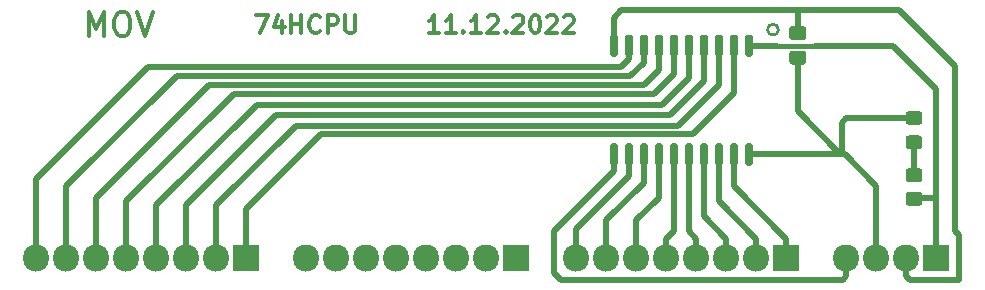
<source format=gbr>
G04 #@! TF.GenerationSoftware,KiCad,Pcbnew,(5.1.8)-1*
G04 #@! TF.CreationDate,2023-05-14T15:25:30+03:00*
G04 #@! TF.ProjectId,MOV,4d4f562e-6b69-4636-9164-5f7063625858,rev?*
G04 #@! TF.SameCoordinates,PX3a22d00PY2626d88*
G04 #@! TF.FileFunction,Copper,L1,Top*
G04 #@! TF.FilePolarity,Positive*
%FSLAX46Y46*%
G04 Gerber Fmt 4.6, Leading zero omitted, Abs format (unit mm)*
G04 Created by KiCad (PCBNEW (5.1.8)-1) date 2023-05-14 15:25:30*
%MOMM*%
%LPD*%
G01*
G04 APERTURE LIST*
G04 #@! TA.AperFunction,NonConductor*
%ADD10C,0.300000*%
G04 #@! TD*
G04 #@! TA.AperFunction,NonConductor*
%ADD11C,0.250000*%
G04 #@! TD*
G04 #@! TA.AperFunction,ComponentPad*
%ADD12O,2.200000X2.300000*%
G04 #@! TD*
G04 #@! TA.AperFunction,ComponentPad*
%ADD13R,2.200000X2.300000*%
G04 #@! TD*
G04 #@! TA.AperFunction,Conductor*
%ADD14C,0.500000*%
G04 #@! TD*
G04 #@! TA.AperFunction,Conductor*
%ADD15C,0.400000*%
G04 #@! TD*
G04 APERTURE END LIST*
D10*
X6953571Y-5349761D02*
X6953571Y-3349761D01*
X7620238Y-4778333D01*
X8286904Y-3349761D01*
X8286904Y-5349761D01*
X9620238Y-3349761D02*
X10001190Y-3349761D01*
X10191666Y-3445000D01*
X10382142Y-3635476D01*
X10477380Y-4016428D01*
X10477380Y-4683095D01*
X10382142Y-5064047D01*
X10191666Y-5254523D01*
X10001190Y-5349761D01*
X9620238Y-5349761D01*
X9429761Y-5254523D01*
X9239285Y-5064047D01*
X9144047Y-4683095D01*
X9144047Y-4016428D01*
X9239285Y-3635476D01*
X9429761Y-3445000D01*
X9620238Y-3349761D01*
X11048809Y-3349761D02*
X11715476Y-5349761D01*
X12382142Y-3349761D01*
X36624285Y-5123571D02*
X35767142Y-5123571D01*
X36195714Y-5123571D02*
X36195714Y-3623571D01*
X36052857Y-3837857D01*
X35910000Y-3980714D01*
X35767142Y-4052142D01*
X38052857Y-5123571D02*
X37195714Y-5123571D01*
X37624285Y-5123571D02*
X37624285Y-3623571D01*
X37481428Y-3837857D01*
X37338571Y-3980714D01*
X37195714Y-4052142D01*
X38695714Y-4980714D02*
X38767142Y-5052142D01*
X38695714Y-5123571D01*
X38624285Y-5052142D01*
X38695714Y-4980714D01*
X38695714Y-5123571D01*
X40195714Y-5123571D02*
X39338571Y-5123571D01*
X39767142Y-5123571D02*
X39767142Y-3623571D01*
X39624285Y-3837857D01*
X39481428Y-3980714D01*
X39338571Y-4052142D01*
X40767142Y-3766428D02*
X40838571Y-3695000D01*
X40981428Y-3623571D01*
X41338571Y-3623571D01*
X41481428Y-3695000D01*
X41552857Y-3766428D01*
X41624285Y-3909285D01*
X41624285Y-4052142D01*
X41552857Y-4266428D01*
X40695714Y-5123571D01*
X41624285Y-5123571D01*
X42267142Y-4980714D02*
X42338571Y-5052142D01*
X42267142Y-5123571D01*
X42195714Y-5052142D01*
X42267142Y-4980714D01*
X42267142Y-5123571D01*
X42910000Y-3766428D02*
X42981428Y-3695000D01*
X43124285Y-3623571D01*
X43481428Y-3623571D01*
X43624285Y-3695000D01*
X43695714Y-3766428D01*
X43767142Y-3909285D01*
X43767142Y-4052142D01*
X43695714Y-4266428D01*
X42838571Y-5123571D01*
X43767142Y-5123571D01*
X44695714Y-3623571D02*
X44838571Y-3623571D01*
X44981428Y-3695000D01*
X45052857Y-3766428D01*
X45124285Y-3909285D01*
X45195714Y-4195000D01*
X45195714Y-4552142D01*
X45124285Y-4837857D01*
X45052857Y-4980714D01*
X44981428Y-5052142D01*
X44838571Y-5123571D01*
X44695714Y-5123571D01*
X44552857Y-5052142D01*
X44481428Y-4980714D01*
X44410000Y-4837857D01*
X44338571Y-4552142D01*
X44338571Y-4195000D01*
X44410000Y-3909285D01*
X44481428Y-3766428D01*
X44552857Y-3695000D01*
X44695714Y-3623571D01*
X45767142Y-3766428D02*
X45838571Y-3695000D01*
X45981428Y-3623571D01*
X46338571Y-3623571D01*
X46481428Y-3695000D01*
X46552857Y-3766428D01*
X46624285Y-3909285D01*
X46624285Y-4052142D01*
X46552857Y-4266428D01*
X45695714Y-5123571D01*
X46624285Y-5123571D01*
X47195714Y-3766428D02*
X47267142Y-3695000D01*
X47410000Y-3623571D01*
X47767142Y-3623571D01*
X47910000Y-3695000D01*
X47981428Y-3766428D01*
X48052857Y-3909285D01*
X48052857Y-4052142D01*
X47981428Y-4266428D01*
X47124285Y-5123571D01*
X48052857Y-5123571D01*
X21114285Y-3623571D02*
X22114285Y-3623571D01*
X21471428Y-5123571D01*
X23328571Y-4123571D02*
X23328571Y-5123571D01*
X22971428Y-3552142D02*
X22614285Y-4623571D01*
X23542857Y-4623571D01*
X24114285Y-5123571D02*
X24114285Y-3623571D01*
X24114285Y-4337857D02*
X24971428Y-4337857D01*
X24971428Y-5123571D02*
X24971428Y-3623571D01*
X26542857Y-4980714D02*
X26471428Y-5052142D01*
X26257142Y-5123571D01*
X26114285Y-5123571D01*
X25900000Y-5052142D01*
X25757142Y-4909285D01*
X25685714Y-4766428D01*
X25614285Y-4480714D01*
X25614285Y-4266428D01*
X25685714Y-3980714D01*
X25757142Y-3837857D01*
X25900000Y-3695000D01*
X26114285Y-3623571D01*
X26257142Y-3623571D01*
X26471428Y-3695000D01*
X26542857Y-3766428D01*
X27185714Y-5123571D02*
X27185714Y-3623571D01*
X27757142Y-3623571D01*
X27900000Y-3695000D01*
X27971428Y-3766428D01*
X28042857Y-3909285D01*
X28042857Y-4123571D01*
X27971428Y-4266428D01*
X27900000Y-4337857D01*
X27757142Y-4409285D01*
X27185714Y-4409285D01*
X28685714Y-3623571D02*
X28685714Y-4837857D01*
X28757142Y-4980714D01*
X28828571Y-5052142D01*
X28971428Y-5123571D01*
X29257142Y-5123571D01*
X29400000Y-5052142D01*
X29471428Y-4980714D01*
X29542857Y-4837857D01*
X29542857Y-3623571D01*
D11*
X65354905Y-4826000D02*
G75*
G03*
X65354905Y-4826000I-457905J0D01*
G01*
D12*
X71120000Y-24130000D03*
X73660000Y-24130000D03*
X76200000Y-24130000D03*
D13*
X78740000Y-24130000D03*
D12*
X48260000Y-24130000D03*
X50800000Y-24130000D03*
X53340000Y-24130000D03*
X55880000Y-24130000D03*
X58420000Y-24130000D03*
X60960000Y-24130000D03*
X63500000Y-24130000D03*
D13*
X66040000Y-24130000D03*
D12*
X25400000Y-24130000D03*
X27940000Y-24130000D03*
X30480000Y-24130000D03*
X33020000Y-24130000D03*
X35560000Y-24130000D03*
X38100000Y-24130000D03*
X40640000Y-24130000D03*
D13*
X43180000Y-24130000D03*
D12*
X2540000Y-24130000D03*
X5080000Y-24130000D03*
X7620000Y-24130000D03*
X10160000Y-24130000D03*
X12700000Y-24130000D03*
X15240000Y-24130000D03*
X17780000Y-24130000D03*
D13*
X20320000Y-24130000D03*
G04 #@! TA.AperFunction,SMDPad,CuDef*
G36*
G01*
X62715000Y-5245000D02*
X63015000Y-5245000D01*
G75*
G02*
X63165000Y-5395000I0J-150000D01*
G01*
X63165000Y-6995000D01*
G75*
G02*
X63015000Y-7145000I-150000J0D01*
G01*
X62715000Y-7145000D01*
G75*
G02*
X62565000Y-6995000I0J150000D01*
G01*
X62565000Y-5395000D01*
G75*
G02*
X62715000Y-5245000I150000J0D01*
G01*
G37*
G04 #@! TD.AperFunction*
G04 #@! TA.AperFunction,SMDPad,CuDef*
G36*
G01*
X61445000Y-5245000D02*
X61745000Y-5245000D01*
G75*
G02*
X61895000Y-5395000I0J-150000D01*
G01*
X61895000Y-6995000D01*
G75*
G02*
X61745000Y-7145000I-150000J0D01*
G01*
X61445000Y-7145000D01*
G75*
G02*
X61295000Y-6995000I0J150000D01*
G01*
X61295000Y-5395000D01*
G75*
G02*
X61445000Y-5245000I150000J0D01*
G01*
G37*
G04 #@! TD.AperFunction*
G04 #@! TA.AperFunction,SMDPad,CuDef*
G36*
G01*
X60175000Y-5245000D02*
X60475000Y-5245000D01*
G75*
G02*
X60625000Y-5395000I0J-150000D01*
G01*
X60625000Y-6995000D01*
G75*
G02*
X60475000Y-7145000I-150000J0D01*
G01*
X60175000Y-7145000D01*
G75*
G02*
X60025000Y-6995000I0J150000D01*
G01*
X60025000Y-5395000D01*
G75*
G02*
X60175000Y-5245000I150000J0D01*
G01*
G37*
G04 #@! TD.AperFunction*
G04 #@! TA.AperFunction,SMDPad,CuDef*
G36*
G01*
X58905000Y-5245000D02*
X59205000Y-5245000D01*
G75*
G02*
X59355000Y-5395000I0J-150000D01*
G01*
X59355000Y-6995000D01*
G75*
G02*
X59205000Y-7145000I-150000J0D01*
G01*
X58905000Y-7145000D01*
G75*
G02*
X58755000Y-6995000I0J150000D01*
G01*
X58755000Y-5395000D01*
G75*
G02*
X58905000Y-5245000I150000J0D01*
G01*
G37*
G04 #@! TD.AperFunction*
G04 #@! TA.AperFunction,SMDPad,CuDef*
G36*
G01*
X57635000Y-5245000D02*
X57935000Y-5245000D01*
G75*
G02*
X58085000Y-5395000I0J-150000D01*
G01*
X58085000Y-6995000D01*
G75*
G02*
X57935000Y-7145000I-150000J0D01*
G01*
X57635000Y-7145000D01*
G75*
G02*
X57485000Y-6995000I0J150000D01*
G01*
X57485000Y-5395000D01*
G75*
G02*
X57635000Y-5245000I150000J0D01*
G01*
G37*
G04 #@! TD.AperFunction*
G04 #@! TA.AperFunction,SMDPad,CuDef*
G36*
G01*
X56365000Y-5245000D02*
X56665000Y-5245000D01*
G75*
G02*
X56815000Y-5395000I0J-150000D01*
G01*
X56815000Y-6995000D01*
G75*
G02*
X56665000Y-7145000I-150000J0D01*
G01*
X56365000Y-7145000D01*
G75*
G02*
X56215000Y-6995000I0J150000D01*
G01*
X56215000Y-5395000D01*
G75*
G02*
X56365000Y-5245000I150000J0D01*
G01*
G37*
G04 #@! TD.AperFunction*
G04 #@! TA.AperFunction,SMDPad,CuDef*
G36*
G01*
X55095000Y-5245000D02*
X55395000Y-5245000D01*
G75*
G02*
X55545000Y-5395000I0J-150000D01*
G01*
X55545000Y-6995000D01*
G75*
G02*
X55395000Y-7145000I-150000J0D01*
G01*
X55095000Y-7145000D01*
G75*
G02*
X54945000Y-6995000I0J150000D01*
G01*
X54945000Y-5395000D01*
G75*
G02*
X55095000Y-5245000I150000J0D01*
G01*
G37*
G04 #@! TD.AperFunction*
G04 #@! TA.AperFunction,SMDPad,CuDef*
G36*
G01*
X53825000Y-5245000D02*
X54125000Y-5245000D01*
G75*
G02*
X54275000Y-5395000I0J-150000D01*
G01*
X54275000Y-6995000D01*
G75*
G02*
X54125000Y-7145000I-150000J0D01*
G01*
X53825000Y-7145000D01*
G75*
G02*
X53675000Y-6995000I0J150000D01*
G01*
X53675000Y-5395000D01*
G75*
G02*
X53825000Y-5245000I150000J0D01*
G01*
G37*
G04 #@! TD.AperFunction*
G04 #@! TA.AperFunction,SMDPad,CuDef*
G36*
G01*
X52555000Y-5245000D02*
X52855000Y-5245000D01*
G75*
G02*
X53005000Y-5395000I0J-150000D01*
G01*
X53005000Y-6995000D01*
G75*
G02*
X52855000Y-7145000I-150000J0D01*
G01*
X52555000Y-7145000D01*
G75*
G02*
X52405000Y-6995000I0J150000D01*
G01*
X52405000Y-5395000D01*
G75*
G02*
X52555000Y-5245000I150000J0D01*
G01*
G37*
G04 #@! TD.AperFunction*
G04 #@! TA.AperFunction,SMDPad,CuDef*
G36*
G01*
X51285000Y-5245000D02*
X51585000Y-5245000D01*
G75*
G02*
X51735000Y-5395000I0J-150000D01*
G01*
X51735000Y-6995000D01*
G75*
G02*
X51585000Y-7145000I-150000J0D01*
G01*
X51285000Y-7145000D01*
G75*
G02*
X51135000Y-6995000I0J150000D01*
G01*
X51135000Y-5395000D01*
G75*
G02*
X51285000Y-5245000I150000J0D01*
G01*
G37*
G04 #@! TD.AperFunction*
G04 #@! TA.AperFunction,SMDPad,CuDef*
G36*
G01*
X51285000Y-14445000D02*
X51585000Y-14445000D01*
G75*
G02*
X51735000Y-14595000I0J-150000D01*
G01*
X51735000Y-16195000D01*
G75*
G02*
X51585000Y-16345000I-150000J0D01*
G01*
X51285000Y-16345000D01*
G75*
G02*
X51135000Y-16195000I0J150000D01*
G01*
X51135000Y-14595000D01*
G75*
G02*
X51285000Y-14445000I150000J0D01*
G01*
G37*
G04 #@! TD.AperFunction*
G04 #@! TA.AperFunction,SMDPad,CuDef*
G36*
G01*
X52555000Y-14445000D02*
X52855000Y-14445000D01*
G75*
G02*
X53005000Y-14595000I0J-150000D01*
G01*
X53005000Y-16195000D01*
G75*
G02*
X52855000Y-16345000I-150000J0D01*
G01*
X52555000Y-16345000D01*
G75*
G02*
X52405000Y-16195000I0J150000D01*
G01*
X52405000Y-14595000D01*
G75*
G02*
X52555000Y-14445000I150000J0D01*
G01*
G37*
G04 #@! TD.AperFunction*
G04 #@! TA.AperFunction,SMDPad,CuDef*
G36*
G01*
X53825000Y-14445000D02*
X54125000Y-14445000D01*
G75*
G02*
X54275000Y-14595000I0J-150000D01*
G01*
X54275000Y-16195000D01*
G75*
G02*
X54125000Y-16345000I-150000J0D01*
G01*
X53825000Y-16345000D01*
G75*
G02*
X53675000Y-16195000I0J150000D01*
G01*
X53675000Y-14595000D01*
G75*
G02*
X53825000Y-14445000I150000J0D01*
G01*
G37*
G04 #@! TD.AperFunction*
G04 #@! TA.AperFunction,SMDPad,CuDef*
G36*
G01*
X55095000Y-14445000D02*
X55395000Y-14445000D01*
G75*
G02*
X55545000Y-14595000I0J-150000D01*
G01*
X55545000Y-16195000D01*
G75*
G02*
X55395000Y-16345000I-150000J0D01*
G01*
X55095000Y-16345000D01*
G75*
G02*
X54945000Y-16195000I0J150000D01*
G01*
X54945000Y-14595000D01*
G75*
G02*
X55095000Y-14445000I150000J0D01*
G01*
G37*
G04 #@! TD.AperFunction*
G04 #@! TA.AperFunction,SMDPad,CuDef*
G36*
G01*
X56365000Y-14445000D02*
X56665000Y-14445000D01*
G75*
G02*
X56815000Y-14595000I0J-150000D01*
G01*
X56815000Y-16195000D01*
G75*
G02*
X56665000Y-16345000I-150000J0D01*
G01*
X56365000Y-16345000D01*
G75*
G02*
X56215000Y-16195000I0J150000D01*
G01*
X56215000Y-14595000D01*
G75*
G02*
X56365000Y-14445000I150000J0D01*
G01*
G37*
G04 #@! TD.AperFunction*
G04 #@! TA.AperFunction,SMDPad,CuDef*
G36*
G01*
X57635000Y-14445000D02*
X57935000Y-14445000D01*
G75*
G02*
X58085000Y-14595000I0J-150000D01*
G01*
X58085000Y-16195000D01*
G75*
G02*
X57935000Y-16345000I-150000J0D01*
G01*
X57635000Y-16345000D01*
G75*
G02*
X57485000Y-16195000I0J150000D01*
G01*
X57485000Y-14595000D01*
G75*
G02*
X57635000Y-14445000I150000J0D01*
G01*
G37*
G04 #@! TD.AperFunction*
G04 #@! TA.AperFunction,SMDPad,CuDef*
G36*
G01*
X58905000Y-14445000D02*
X59205000Y-14445000D01*
G75*
G02*
X59355000Y-14595000I0J-150000D01*
G01*
X59355000Y-16195000D01*
G75*
G02*
X59205000Y-16345000I-150000J0D01*
G01*
X58905000Y-16345000D01*
G75*
G02*
X58755000Y-16195000I0J150000D01*
G01*
X58755000Y-14595000D01*
G75*
G02*
X58905000Y-14445000I150000J0D01*
G01*
G37*
G04 #@! TD.AperFunction*
G04 #@! TA.AperFunction,SMDPad,CuDef*
G36*
G01*
X60175000Y-14445000D02*
X60475000Y-14445000D01*
G75*
G02*
X60625000Y-14595000I0J-150000D01*
G01*
X60625000Y-16195000D01*
G75*
G02*
X60475000Y-16345000I-150000J0D01*
G01*
X60175000Y-16345000D01*
G75*
G02*
X60025000Y-16195000I0J150000D01*
G01*
X60025000Y-14595000D01*
G75*
G02*
X60175000Y-14445000I150000J0D01*
G01*
G37*
G04 #@! TD.AperFunction*
G04 #@! TA.AperFunction,SMDPad,CuDef*
G36*
G01*
X61445000Y-14445000D02*
X61745000Y-14445000D01*
G75*
G02*
X61895000Y-14595000I0J-150000D01*
G01*
X61895000Y-16195000D01*
G75*
G02*
X61745000Y-16345000I-150000J0D01*
G01*
X61445000Y-16345000D01*
G75*
G02*
X61295000Y-16195000I0J150000D01*
G01*
X61295000Y-14595000D01*
G75*
G02*
X61445000Y-14445000I150000J0D01*
G01*
G37*
G04 #@! TD.AperFunction*
G04 #@! TA.AperFunction,SMDPad,CuDef*
G36*
G01*
X62715000Y-14445000D02*
X63015000Y-14445000D01*
G75*
G02*
X63165000Y-14595000I0J-150000D01*
G01*
X63165000Y-16195000D01*
G75*
G02*
X63015000Y-16345000I-150000J0D01*
G01*
X62715000Y-16345000D01*
G75*
G02*
X62565000Y-16195000I0J150000D01*
G01*
X62565000Y-14595000D01*
G75*
G02*
X62715000Y-14445000I150000J0D01*
G01*
G37*
G04 #@! TD.AperFunction*
G04 #@! TA.AperFunction,SMDPad,CuDef*
G36*
G01*
X67467500Y-7784500D02*
X66517500Y-7784500D01*
G75*
G02*
X66267500Y-7534500I0J250000D01*
G01*
X66267500Y-6859500D01*
G75*
G02*
X66517500Y-6609500I250000J0D01*
G01*
X67467500Y-6609500D01*
G75*
G02*
X67717500Y-6859500I0J-250000D01*
G01*
X67717500Y-7534500D01*
G75*
G02*
X67467500Y-7784500I-250000J0D01*
G01*
G37*
G04 #@! TD.AperFunction*
G04 #@! TA.AperFunction,SMDPad,CuDef*
G36*
G01*
X67467500Y-5709500D02*
X66517500Y-5709500D01*
G75*
G02*
X66267500Y-5459500I0J250000D01*
G01*
X66267500Y-4784500D01*
G75*
G02*
X66517500Y-4534500I250000J0D01*
G01*
X67467500Y-4534500D01*
G75*
G02*
X67717500Y-4784500I0J-250000D01*
G01*
X67717500Y-5459500D01*
G75*
G02*
X67467500Y-5709500I-250000J0D01*
G01*
G37*
G04 #@! TD.AperFunction*
G04 #@! TA.AperFunction,SMDPad,CuDef*
G36*
G01*
X77285001Y-14935000D02*
X76384999Y-14935000D01*
G75*
G02*
X76135000Y-14685001I0J249999D01*
G01*
X76135000Y-14034999D01*
G75*
G02*
X76384999Y-13785000I249999J0D01*
G01*
X77285001Y-13785000D01*
G75*
G02*
X77535000Y-14034999I0J-249999D01*
G01*
X77535000Y-14685001D01*
G75*
G02*
X77285001Y-14935000I-249999J0D01*
G01*
G37*
G04 #@! TD.AperFunction*
G04 #@! TA.AperFunction,SMDPad,CuDef*
G36*
G01*
X77285001Y-12885000D02*
X76384999Y-12885000D01*
G75*
G02*
X76135000Y-12635001I0J249999D01*
G01*
X76135000Y-11984999D01*
G75*
G02*
X76384999Y-11735000I249999J0D01*
G01*
X77285001Y-11735000D01*
G75*
G02*
X77535000Y-11984999I0J-249999D01*
G01*
X77535000Y-12635001D01*
G75*
G02*
X77285001Y-12885000I-249999J0D01*
G01*
G37*
G04 #@! TD.AperFunction*
G04 #@! TA.AperFunction,SMDPad,CuDef*
G36*
G01*
X76384999Y-16545000D02*
X77285001Y-16545000D01*
G75*
G02*
X77535000Y-16794999I0J-249999D01*
G01*
X77535000Y-17495001D01*
G75*
G02*
X77285001Y-17745000I-249999J0D01*
G01*
X76384999Y-17745000D01*
G75*
G02*
X76135000Y-17495001I0J249999D01*
G01*
X76135000Y-16794999D01*
G75*
G02*
X76384999Y-16545000I249999J0D01*
G01*
G37*
G04 #@! TD.AperFunction*
G04 #@! TA.AperFunction,SMDPad,CuDef*
G36*
G01*
X76384999Y-18545000D02*
X77285001Y-18545000D01*
G75*
G02*
X77535000Y-18794999I0J-249999D01*
G01*
X77535000Y-19495001D01*
G75*
G02*
X77285001Y-19745000I-249999J0D01*
G01*
X76384999Y-19745000D01*
G75*
G02*
X76135000Y-19495001I0J249999D01*
G01*
X76135000Y-18794999D01*
G75*
G02*
X76384999Y-18545000I249999J0D01*
G01*
G37*
G04 #@! TD.AperFunction*
D14*
X5080000Y-19367500D02*
X5080000Y-24130000D01*
X5080000Y-18097500D02*
X5080000Y-19367500D01*
X14414500Y-8763000D02*
X5080000Y-18097500D01*
X52832000Y-8763000D02*
X14414500Y-8763000D01*
X53975000Y-7620000D02*
X52832000Y-8763000D01*
X53975000Y-6195000D02*
X53975000Y-7620000D01*
X7620000Y-19050000D02*
X7620000Y-24130000D01*
X17145000Y-9525000D02*
X7620000Y-19050000D01*
X53975000Y-9525000D02*
X17145000Y-9525000D01*
X55245000Y-8255000D02*
X53975000Y-9525000D01*
X55245000Y-6195000D02*
X55245000Y-8255000D01*
X56515000Y-8572500D02*
X56515000Y-6195000D01*
X19240500Y-10287000D02*
X54800500Y-10287000D01*
X10160000Y-19367500D02*
X19240500Y-10287000D01*
X54800500Y-10287000D02*
X56515000Y-8572500D01*
X10160000Y-24130000D02*
X10160000Y-19367500D01*
X12700000Y-19685000D02*
X12700000Y-24130000D01*
X21209000Y-11176000D02*
X12700000Y-19685000D01*
X55499000Y-11176000D02*
X21209000Y-11176000D01*
X57785000Y-8890000D02*
X55499000Y-11176000D01*
X57785000Y-6195000D02*
X57785000Y-8890000D01*
X15240000Y-19685000D02*
X15240000Y-24130000D01*
X22860000Y-12065000D02*
X15240000Y-19685000D01*
X56197500Y-12065000D02*
X22860000Y-12065000D01*
X59055000Y-9207500D02*
X56197500Y-12065000D01*
X59055000Y-6195000D02*
X59055000Y-9207500D01*
X60325000Y-6195000D02*
X60325000Y-5636700D01*
X17780000Y-19685000D02*
X17780000Y-24130000D01*
X24512510Y-12952490D02*
X17780000Y-19685000D01*
X56897510Y-12952490D02*
X24512510Y-12952490D01*
X60325000Y-9525000D02*
X56897510Y-12952490D01*
X60325000Y-6195000D02*
X60325000Y-9525000D01*
X53975000Y-15395000D02*
X53975000Y-17797400D01*
X53975000Y-17797400D02*
X50800000Y-20972400D01*
X50800000Y-20972400D02*
X50800000Y-24130000D01*
X55245000Y-15395000D02*
X55245000Y-19067400D01*
X55245000Y-19067400D02*
X53340000Y-20972400D01*
X53340000Y-20972400D02*
X53340000Y-24130000D01*
X55880000Y-24130000D02*
X55880000Y-22530000D01*
X56515000Y-15395000D02*
X56515000Y-21895000D01*
X56515000Y-21895000D02*
X55880000Y-22530000D01*
X58420000Y-24130000D02*
X58420000Y-22530000D01*
X57785000Y-15395000D02*
X57785000Y-21895000D01*
X57785000Y-21895000D02*
X58420000Y-22530000D01*
X60960000Y-24130000D02*
X60960000Y-22530000D01*
X59055000Y-15395000D02*
X59055000Y-20625000D01*
X59055000Y-20625000D02*
X60960000Y-22530000D01*
X63500000Y-24130000D02*
X63500000Y-22530000D01*
X60325000Y-15395000D02*
X60325000Y-19355000D01*
X60325000Y-19355000D02*
X63500000Y-22530000D01*
X73660000Y-19685000D02*
X73660000Y-24130000D01*
X73660000Y-18097500D02*
X73660000Y-19685000D01*
X70957500Y-15395000D02*
X73660000Y-18097500D01*
X70640000Y-15395000D02*
X70957500Y-15395000D01*
X62865000Y-15395000D02*
X70640000Y-15395000D01*
X70730000Y-15305000D02*
X70640000Y-15395000D01*
X70730000Y-12700000D02*
X70730000Y-15305000D01*
X66992500Y-7197000D02*
X66992500Y-11747500D01*
X66992500Y-11747500D02*
X70485000Y-15240000D01*
X71120000Y-12310000D02*
X70730000Y-12700000D01*
X76835000Y-12310000D02*
X71120000Y-12310000D01*
X76200000Y-25717500D02*
X76200000Y-24130000D01*
X76517500Y-26035000D02*
X76200000Y-25717500D01*
X80645000Y-26035000D02*
X76517500Y-26035000D01*
X80645000Y-22225000D02*
X80645000Y-26035000D01*
X80327500Y-21907500D02*
X80645000Y-22225000D01*
X80327500Y-7937500D02*
X80327500Y-21907500D01*
X75565000Y-3175000D02*
X80327500Y-7937500D01*
X51435000Y-3810000D02*
X52070000Y-3175000D01*
X51435000Y-6195000D02*
X51435000Y-3810000D01*
X66992500Y-5122000D02*
X66992500Y-3175000D01*
X66992500Y-3175000D02*
X75565000Y-3175000D01*
X52070000Y-3175000D02*
X66992500Y-3175000D01*
X2540000Y-17462500D02*
X2540000Y-24130000D01*
X12001500Y-8001000D02*
X2540000Y-17462500D01*
X52006500Y-8001000D02*
X12001500Y-8001000D01*
X52705000Y-7302500D02*
X52006500Y-8001000D01*
X52705000Y-6195000D02*
X52705000Y-7302500D01*
X20320000Y-20002500D02*
X20320000Y-24130000D01*
X26670000Y-13652500D02*
X20320000Y-20002500D01*
X58102500Y-13652500D02*
X26670000Y-13652500D01*
X61595000Y-10160000D02*
X58102500Y-13652500D01*
X61595000Y-6195000D02*
X61595000Y-10160000D01*
X52705000Y-15395000D02*
X52705000Y-17223600D01*
X52705000Y-17223600D02*
X48260000Y-21668600D01*
X48260000Y-21668600D02*
X48260000Y-24130000D01*
X66040000Y-24130000D02*
X66040000Y-22530000D01*
X61595000Y-15395000D02*
X61595000Y-18085000D01*
X61595000Y-18085000D02*
X66040000Y-22530000D01*
X71120000Y-25400000D02*
X71120000Y-24130000D01*
X71120000Y-25717500D02*
X71120000Y-25400000D01*
X70802500Y-26035000D02*
X71120000Y-25717500D01*
X51435000Y-15395000D02*
X51435000Y-16827500D01*
X51435000Y-16827500D02*
X46355000Y-21907500D01*
X46355000Y-25400000D02*
X46990000Y-26035000D01*
X46990000Y-26035000D02*
X70802500Y-26035000D01*
X46355000Y-21907500D02*
X46355000Y-25400000D01*
X78740000Y-22530000D02*
X78740000Y-24130000D01*
X75092500Y-6195000D02*
X78740000Y-9842500D01*
X77200000Y-19050000D02*
X78740000Y-19050000D01*
X78740000Y-12700000D02*
X78740000Y-22530000D01*
X78740000Y-9842500D02*
X78740000Y-12700000D01*
X75092500Y-6195000D02*
X68425000Y-6195000D01*
D15*
X68425000Y-6195000D02*
X65250000Y-6195000D01*
D14*
X65250000Y-6195000D02*
X62865000Y-6195000D01*
X76835000Y-14360000D02*
X76835000Y-17145000D01*
M02*

</source>
